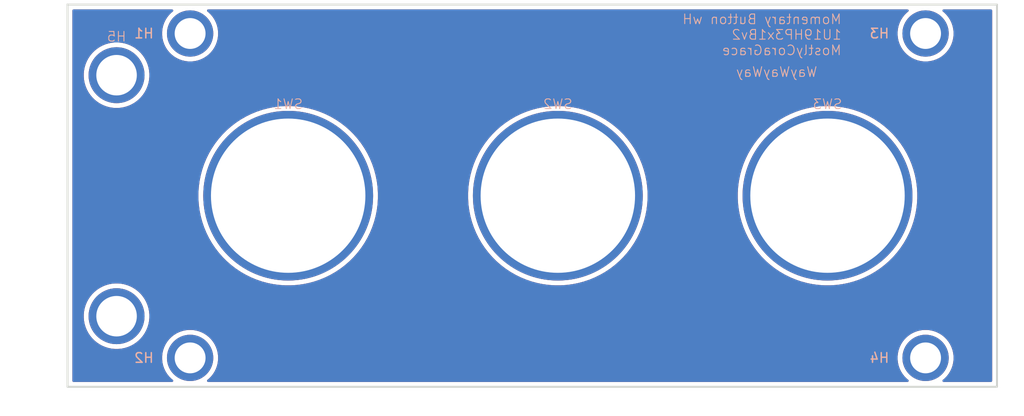
<source format=kicad_pcb>
(kicad_pcb (version 20241229) (generator "pcbnew") (generator_version "9.0")
  (layers (0 "F.Cu" signal) (2 "B.Cu" signal) (13 "F.Paste" user) (15 "B.Paste" user) (5 "F.SilkS" user "F.Silkscreen") (7 "B.SilkS" user "B.Silkscreen") (1 "F.Mask" user) (3 "B.Mask" user) (25 "Edge.Cuts" user))
  (net 0 "")
  (footprint "EXC:MountingHole_3.2mm_M3" (layer "F.Cu") (at 12.7 39.075)
    (property "Reference" "H2" (at -3.683 0 0) (layer "B.SilkS") (effects (justify left mirror)))
    (property "Value" "Eurorack_M3_MountingHole")
    (pad "" thru_hole circle (at 0 0) (size 4.8 4.8) (drill 3.2) (layers "*.Cu" "*.Mask"))
  )
  (footprint "EXC:MountingHole_3.2mm_M3" (layer "F.Cu") (at 88.9 5.425)
    (property "Reference" "H3" (at -3.683 0 0) (layer "B.SilkS") (effects (justify left mirror)))
    (property "Value" "Eurorack_M3_MountingHole")
    (pad "" thru_hole circle (at 0 0) (size 4.8 4.8) (drill 3.2) (layers "*.Cu" "*.Mask"))
  )
  (footprint "EXC:SW_SPST_M16_Panel_Mount_Push-Button" (layer "F.Cu") (at 50.8 22.25)
    (property "Reference" "SW2" (at 0 -9.5 0) (layer "B.SilkS") (effects (font (thickness 0.1)) (justify mirror)))
    (property "Value" "SW_SPST_M16_Panel_Mount_Push-Button")
    (pad "" thru_hole circle (at 0 0) (size 17.6 17.6) (drill 16) (layers "*.Cu" "*.Mask"))
  )
  (footprint "EXC:MountingHole_3.2mm_M3" (layer "F.Cu") (at 12.7 5.425)
    (property "Reference" "H1" (at -3.683 0 0) (layer "B.SilkS") (effects (justify left mirror)))
    (property "Value" "Eurorack_M3_MountingHole")
    (pad "" thru_hole circle (at 0 0) (size 4.8 4.8) (drill 3.2) (layers "*.Cu" "*.Mask"))
  )
  (footprint "EXC:SW_SPST_M16_Panel_Mount_Push-Button" (layer "F.Cu") (at 22.86 22.25)
    (property "Reference" "SW1" (at 0 -9.5 0) (layer "B.SilkS") (effects (font (thickness 0.1)) (justify mirror)))
    (property "Value" "SW_SPST_M16_Panel_Mount_Push-Button")
    (pad "" thru_hole circle (at 0 0) (size 17.6 17.6) (drill 16) (layers "*.Cu" "*.Mask"))
  )
  (footprint "EXC:SW_SPST_M16_Panel_Mount_Push-Button" (layer "F.Cu") (at 78.74 22.25)
    (property "Reference" "SW3" (at 0 -9.5 0) (layer "B.SilkS") (effects (font (thickness 0.1)) (justify mirror)))
    (property "Value" "SW_SPST_M16_Panel_Mount_Push-Button")
    (pad "" thru_hole circle (at 0 0) (size 17.6 17.6) (drill 16) (layers "*.Cu" "*.Mask"))
  )
  (footprint "EXC:Handle_1UM3P25_A" (layer "F.Cu") (at 5.08 9.75)
    (property "Reference" "H5" (at 0 -4 0) (layer "B.SilkS") (effects (font (thickness 0.1)) (justify mirror)))
    (property "Value" "Handle_1UM3P25_PanelMount_A")
    (pad "" thru_hole circle (at 0 0) (size 5.8 5.8) (drill 4.2) (layers "*.Cu" "*.Mask"))
    (pad "" thru_hole circle (at 0 25) (size 5.8 5.8) (drill 4.2) (layers "*.Cu" "*.Mask"))
  )
  (footprint "EXC:MountingHole_3.2mm_M3" (layer "F.Cu") (at 88.9 39.075)
    (property "Reference" "H4" (at -3.683 0 0) (layer "B.SilkS") (effects (justify left mirror)))
    (property "Value" "Eurorack_M3_MountingHole")
    (pad "" thru_hole circle (at 0 0) (size 4.8 4.8) (drill 3.2) (layers "*.Cu" "*.Mask"))
  )
  (gr_rect (start 0 2.425) (end 96.3 42.075) (stroke (width 0.2)) (fill no) (layer "Edge.Cuts"))
  (gr_text "WayWayWay" (at 77.75 10 0) (layer "B.SilkS") (effects (font (size 1 1) (thickness 0.1)) (justify left bottom mirror)))
  (gr_text "Momentary Button wH\n1U19HP3x1Bv2\nMostlyCoraGrace" (at 80.25 7.75 0) (layer "B.SilkS") (effects (font (size 1 1) (thickness 0.1)) (justify left bottom mirror)))
  (zone (net 0) (net_name "") (layers "F.Cu" "B.Cu") (connect_pads (clearance 0.5)) (min_thickness 0.25) (fill yes (thermal_gap 0.5) (thermal_bridge_width 0.5) (island_removal_mode 1) (island_area_min 10))
    (polygon (pts (xy 0 2.425) (xy 96.3 2.425) (xy 96.3 42.075) (xy 0 42.075)))
  )
)
</source>
